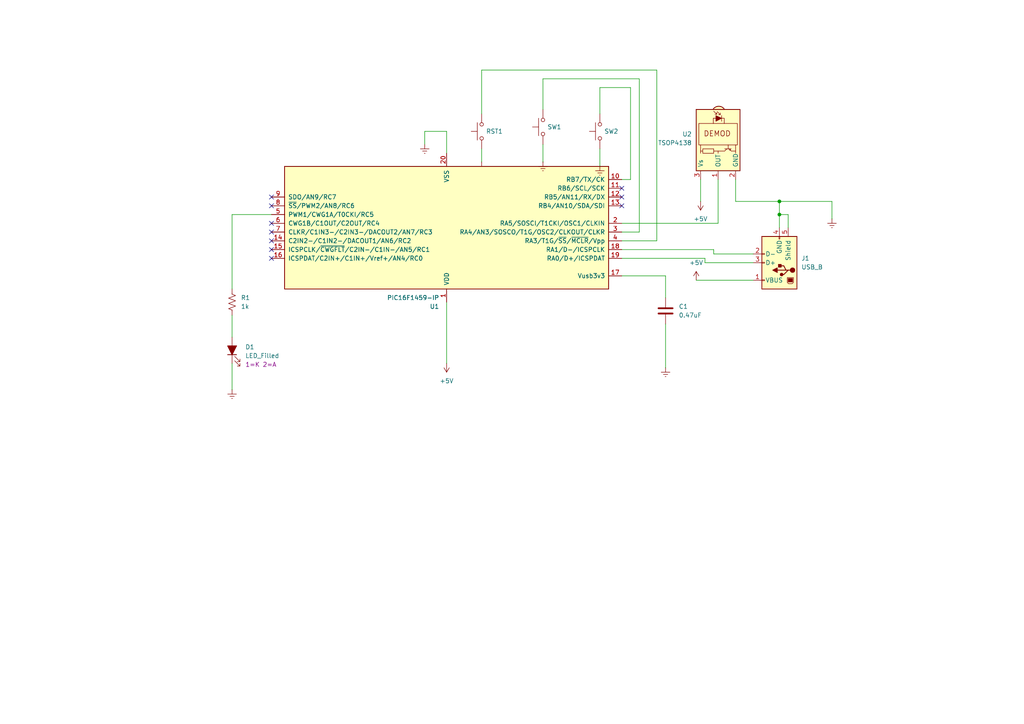
<source format=kicad_sch>
(kicad_sch (version 20250114) (generator "eeschema") (generator_version "9.0")
  (paper "A4")
  (title_block (title "NEC Decoder") (date "2025-07-07") (rev "Ver1") (comment 1 "ioksing") (comment 2 "KiCad電腦輔助電路設計"))
  (lib_symbols
    (symbol "Connector:USB_B" (pin_names (offset 1.016))
      (property "Reference" "J" (at -5.08 11.43 0))
      (property "Value" "USB_B" (at -5.08 8.89 0))
      (symbol "USB_B_0_1"
        (rectangle (start -5.08 -7.62) (end 5.08 7.62) (stroke (width 0.254)) (fill (type background)))
        (polyline (pts (xy -4.064 4.318) (xy -2.286 4.318) (xy -2.286 5.715) (xy -2.667 6.096) (xy -3.683 6.096) (xy -4.064 5.715) (xy -4.064 4.318)))
        (rectangle (start -3.81 5.588) (end -2.54 4.572) (fill (type outline)))
        (circle (center -3.81 2.159) (radius 0.635) (stroke (width 0.254)) (fill (type outline)))
        (polyline (pts (xy -3.175 2.159) (xy -2.54 2.159) (xy -1.27 3.429) (xy -0.635 3.429)) (stroke (width 0.254)))
        (polyline (pts (xy -2.54 2.159) (xy -1.905 2.159) (xy -1.27 0.889) (xy 0 0.889)) (stroke (width 0.254)))
        (polyline (pts (xy -1.905 2.159) (xy 0.635 2.159)) (stroke (width 0.254)))
        (circle (center -0.635 3.429) (radius 0.381) (stroke (width 0.254)) (fill (type outline)))
        (rectangle (start -0.127 -7.62) (end 0.127 -6.858))
        (rectangle (start 0.254 1.27) (end -0.508 0.508) (stroke (width 0.254)) (fill (type outline)))
        (polyline (pts (xy 0.635 2.794) (xy 0.635 1.524) (xy 1.905 2.159) (xy 0.635 2.794)) (stroke (width 0.254)) (fill (type outline)))
        (rectangle (start 5.08 4.953) (end 4.318 5.207))
        (rectangle (start 5.08 -0.127) (end 4.318 0.127))
        (rectangle (start 5.08 -2.667) (end 4.318 -2.413))
      )
      (symbol "USB_B_1_1"
        (pin passive line (at -2.54 -10.16 90) (length 2.54) (name "Shield") (number "5"))
        (pin power_out line (at 0 -10.16 90) (length 2.54) (name "GND") (number "4"))
        (pin power_out line (at 7.62 5.08 180) (length 2.54) (name "VBUS") (number "1"))
        (pin bidirectional line (at 7.62 0 180) (length 2.54) (name "D+") (number "3"))
        (pin bidirectional line (at 7.62 -2.54 180) (length 2.54) (name "D-") (number "2"))
      )
    )
    (symbol "Device:C" (pin_numbers (hide yes)) (pin_names (offset 0.254))
      (property "Reference" "C" (at 0.635 2.54 0))
      (property "Value" "C" (at 0.635 -2.54 0))
      (symbol "C_0_1"
        (polyline (pts (xy -2.032 0.762) (xy 2.032 0.762)) (stroke (width 0.508)))
        (polyline (pts (xy -2.032 -0.762) (xy 2.032 -0.762)) (stroke (width 0.508)))
      )
      (symbol "C_1_1"
        (pin passive line (at 0 3.81 270) (length 2.794) (name "~") (number "1"))
        (pin passive line (at 0 -3.81 90) (length 2.794) (name "~") (number "2"))
      )
    )
    (symbol "Device:LED_Filled" (pin_numbers (hide yes)) (pin_names (offset 1.016) (hide yes))
      (property "Reference" "D" (at 0 2.54 0))
      (property "Value" "LED_Filled" (at 0 -2.54 0))
      (property "Sim.Pins" "1=K 2=A" (at 0 0 0))
      (symbol "LED_Filled_0_1"
        (polyline (pts (xy -3.048 -0.762) (xy -4.572 -2.286) (xy -3.81 -2.286) (xy -4.572 -2.286) (xy -4.572 -1.524)))
        (polyline (pts (xy -1.778 -0.762) (xy -3.302 -2.286) (xy -2.54 -2.286) (xy -3.302 -2.286) (xy -3.302 -1.524)))
        (polyline (pts (xy -1.27 0) (xy 1.27 0)))
        (polyline (pts (xy -1.27 -1.27) (xy -1.27 1.27)) (stroke (width 0.254)))
        (polyline (pts (xy 1.27 -1.27) (xy 1.27 1.27) (xy -1.27 0) (xy 1.27 -1.27)) (stroke (width 0.254)) (fill (type outline)))
      )
      (symbol "LED_Filled_1_1"
        (pin passive line (at -3.81 0 0) (length 2.54) (name "K") (number "1"))
        (pin passive line (at 3.81 0 180) (length 2.54) (name "A") (number "2"))
      )
    )
    (symbol "Device:R_US" (pin_numbers (hide yes)) (pin_names (offset 0))
      (property "Reference" "R" (at 2.54 0 90))
      (property "Value" "R_US" (at -2.54 0 90))
      (symbol "R_US_0_1"
        (polyline (pts (xy 0 2.286) (xy 0 2.54)))
        (polyline (pts (xy 0 2.286) (xy 1.016 1.905) (xy 0 1.524) (xy -1.016 1.143) (xy 0 0.762)))
        (polyline (pts (xy 0 0.762) (xy 1.016 0.381) (xy 0 0) (xy -1.016 -0.381) (xy 0 -0.762)))
        (polyline (pts (xy 0 -0.762) (xy 1.016 -1.143) (xy 0 -1.524) (xy -1.016 -1.905) (xy 0 -2.286)))
        (polyline (pts (xy 0 -2.286) (xy 0 -2.54)))
      )
      (symbol "R_US_1_1"
        (pin passive line (at 0 3.81 270) (length 1.27) (name "~") (number "1"))
        (pin passive line (at 0 -3.81 90) (length 1.27) (name "~") (number "2"))
      )
    )
    (symbol "Interface_Optical:TSOP41xx" (pin_names (offset 1.016))
      (property "Reference" "U" (at -10.16 7.62 0))
      (property "Value" "TSOP41xx" (at -10.16 -7.62 0))
      (symbol "TSOP41xx_0_0"
        (arc (start -10.287 -1.778) (mid -11.0899 -0.1905) (end -10.287 1.397) (stroke (width 0.254)) (fill (type background)))
        (polyline (pts (xy 1.905 5.08) (xy 0.127 5.08)))
        (polyline (pts (xy 1.905 -5.08) (xy 0.127 -5.08)))
        (text "DEMOD" (at -3.175 0.254 900) (effects (font (size 1.524 1.524))))
      )
      (symbol "TSOP41xx_0_1"
        (polyline (pts (xy -8.763 0.381) (xy -9.652 1.27)))
        (polyline (pts (xy -8.763 0.381) (xy -9.271 0.381)))
        (polyline (pts (xy -8.763 0.381) (xy -8.763 0.889)))
        (polyline (pts (xy -8.636 -0.635) (xy -9.525 0.254)))
        (polyline (pts (xy -8.636 -0.635) (xy -9.144 -0.635)))
        (polyline (pts (xy -8.636 -0.635) (xy -8.636 -0.127)))
        (polyline (pts (xy -8.382 0.635) (xy -6.731 0.635) (xy -7.62 -1.016) (xy -8.382 0.635)) (fill (type outline)))
        (polyline (pts (xy -8.382 -1.016) (xy -6.731 -1.016)))
        (rectangle (start -6.096 5.588) (end 0.127 -5.588))
        (polyline (pts (xy -6.096 1.397) (xy -7.62 1.397) (xy -7.62 -1.778) (xy -6.096 -1.778)))
        (polyline (pts (xy 1.27 -1.905) (xy 1.27 -3.81)))
        (polyline (pts (xy 1.27 -2.54) (xy 1.905 -1.905) (xy 1.905 0) (xy 2.54 0)))
        (polyline (pts (xy 1.27 -2.921) (xy 0.127 -2.921)))
        (polyline (pts (xy 1.27 -3.175) (xy 1.905 -3.81) (xy 1.905 -5.08) (xy 2.54 -5.08)))
        (polyline (pts (xy 1.397 -3.556) (xy 1.524 -3.556)))
        (polyline (pts (xy 1.651 -3.556) (xy 1.524 -3.556)))
        (polyline (pts (xy 1.651 -3.556) (xy 1.651 -3.302)))
        (polyline (pts (xy 1.905 4.445) (xy 1.905 5.08) (xy 2.54 5.08)))
        (polyline (pts (xy 1.905 0) (xy 1.905 1.27)))
        (rectangle (start 2.54 1.27) (end 1.27 4.445))
        (rectangle (start 7.62 6.35) (end -10.16 -6.35) (stroke (width 0.254)) (fill (type background)))
      )
      (symbol "TSOP41xx_1_1"
        (pin power_in line (at 10.16 5.08 180) (length 2.54) (name "Vs") (number "3"))
        (pin output line (at 10.16 0 180) (length 2.54) (name "OUT") (number "1"))
        (pin power_in line (at 10.16 -5.08 180) (length 2.54) (name "GND") (number "2"))
      )
    )
    (symbol "MCU_Microchip_PIC16:PIC16F1459-IP" (pin_names (offset 1.016))
      (property "Reference" "U" (at -46.99 17.78 0))
      (property "Value" "PIC16F1459-IP" (at -46.99 15.24 0))
      (symbol "PIC16F1459-IP_0_1"
        (rectangle (start -46.99 13.97) (end 46.99 -21.59) (stroke (width 0.254)) (fill (type background)))
      )
      (symbol "PIC16F1459-IP_1_1"
        (pin bidirectional line (at -50.8 10.16 0) (length 3.81) (name "Vusb3v3") (number "17"))
        (pin bidirectional line (at -50.8 5.08 0) (length 3.81) (name "RA0/D+/ICSPDAT") (number "19"))
        (pin bidirectional line (at -50.8 2.54 0) (length 3.81) (name "RA1/D-/ICSPCLK") (number "18"))
        (pin input line (at -50.8 0 0) (length 3.81) (name "RA3/T1G/~{SS}/~{MCLR}/Vpp") (number "4"))
        (pin bidirectional line (at -50.8 -2.54 0) (length 3.81) (name "RA4/AN3/SOSCO/T1G/OSC2/CLKOUT/CLKR") (number "3"))
        (pin bidirectional line (at -50.8 -5.08 0) (length 3.81) (name "RA5/SOSCI/T1CKI/OSC1/CLKIN") (number "2"))
        (pin bidirectional line (at -50.8 -10.16 0) (length 3.81) (name "RB4/AN10/SDA/SDI") (number "13"))
        (pin bidirectional line (at -50.8 -12.7 0) (length 3.81) (name "RB5/AN11/RX/DX") (number "12"))
        (pin bidirectional line (at -50.8 -15.24 0) (length 3.81) (name "RB6/SCL/SCK") (number "11"))
        (pin bidirectional line (at -50.8 -17.78 0) (length 3.81) (name "RB7/TX/CK") (number "10"))
        (pin power_in line (at 0 17.78 270) (length 3.81) (name "VDD") (number "1"))
        (pin power_in line (at 0 -25.4 90) (length 3.81) (name "VSS") (number "20"))
        (pin bidirectional line (at 50.8 5.08 180) (length 3.81) (name "ICSPDAT/C2IN+/C1IN+/Vref+/AN4/RC0") (number "16"))
        (pin bidirectional line (at 50.8 2.54 180) (length 3.81) (name "ICSPCLK/~{CWGFLT}/C2IN-/C1IN-/AN5/RC1") (number "15"))
        (pin bidirectional line (at 50.8 0 180) (length 3.81) (name "C2IN2-/C1IN2-/DACOUT1/AN6/RC2") (number "14"))
        (pin bidirectional line (at 50.8 -2.54 180) (length 3.81) (name "CLKR/C1IN3-/C2IN3-/DACOUT2/AN7/RC3") (number "7"))
        (pin bidirectional line (at 50.8 -5.08 180) (length 3.81) (name "CWG1B/C1OUT/C2OUT/RC4") (number "6"))
        (pin bidirectional line (at 50.8 -7.62 180) (length 3.81) (name "PWM1/CWG1A/T0CKI/RC5") (number "5"))
        (pin bidirectional line (at 50.8 -10.16 180) (length 3.81) (name "~{SS}/PWM2/AN8/RC6") (number "8"))
        (pin bidirectional line (at 50.8 -12.7 180) (length 3.81) (name "SDO/AN9/RC7") (number "9"))
      )
    )
    (symbol "Switch:SW_Push" (pin_numbers (hide yes)) (pin_names (offset 1.016) (hide yes))
      (property "Reference" "SW" (at 1.27 2.54 0))
      (property "Value" "SW_Push" (at 0 -1.524 0))
      (symbol "SW_Push_0_1"
        (circle (center -2.032 0) (radius 0.508))
        (polyline (pts (xy 0 1.27) (xy 0 3.048)))
        (circle (center 2.032 0) (radius 0.508))
        (polyline (pts (xy 2.54 1.27) (xy -2.54 1.27)))
        (pin passive line (at -5.08 0 0) (length 2.54) (name "1") (number "1"))
        (pin passive line (at 5.08 0 180) (length 2.54) (name "2") (number "2"))
      )
    )
    (symbol "power:+5V" (power) (pin_numbers (hide yes)) (pin_names (offset 0) (hide yes))
      (property "Value" "+5V" (at 0 3.556 0))
      (symbol "+5V_0_1"
        (polyline (pts (xy -0.762 1.27) (xy 0 2.54)))
        (polyline (pts (xy 0 2.54) (xy 0.762 1.27)))
        (polyline (pts (xy 0 0) (xy 0 2.54)))
      )
      (symbol "+5V_1_1"
        (pin power_in line (at 0 0 90) (length 0) (name "~") (number "1"))
      )
    )
    (symbol "power:GNDREF" (power) (pin_numbers (hide yes)) (pin_names (offset 0) (hide yes))
      (property "Value" "GNDREF" (at 0 -3.81 0))
      (symbol "GNDREF_0_1"
        (polyline (pts (xy -0.635 -1.905) (xy 0.635 -1.905)))
        (polyline (pts (xy -0.127 -2.54) (xy 0.127 -2.54)))
        (polyline (pts (xy 0 -1.27) (xy 0 0)))
        (polyline (pts (xy 1.27 -1.27) (xy -1.27 -1.27)))
      )
      (symbol "GNDREF_1_1"
        (pin power_in line (at 0 0 270) (length 0) (name "~") (number "1"))
      )
    )
  )
  (junction (at 226.06 58.42))
  (junction (at 226.06 62.23))
  (no_connect (at 78.74 67.31))
  (no_connect (at 78.74 69.85))
  (no_connect (at 78.74 72.39))
  (no_connect (at 78.74 64.77))
  (no_connect (at 180.34 59.69))
  (no_connect (at 78.74 59.69))
  (no_connect (at 180.34 57.15))
  (no_connect (at 180.34 54.61))
  (no_connect (at 78.74 74.93))
  (no_connect (at 78.74 57.15))
  (wire (pts (xy 139.7 33.02) (xy 139.7 20.32)))
  (wire (pts (xy 67.31 105.41) (xy 67.31 113.03)))
  (wire (pts (xy 180.34 74.93) (xy 204.47 74.93)))
  (wire (pts (xy 173.99 25.4) (xy 173.99 33.02)))
  (wire (pts (xy 180.34 72.39) (xy 207.01 72.39)))
  (wire (pts (xy 185.42 67.31) (xy 185.42 22.86)))
  (wire (pts (xy 78.74 62.23) (xy 67.31 62.23)))
  (wire (pts (xy 182.88 25.4) (xy 173.99 25.4)))
  (wire (pts (xy 139.7 20.32) (xy 190.5 20.32)))
  (wire (pts (xy 185.42 22.86) (xy 157.48 22.86)))
  (wire (pts (xy 207.01 72.39) (xy 207.01 73.66)))
  (wire (pts (xy 213.36 58.42) (xy 226.06 58.42)))
  (wire (pts (xy 190.5 20.32) (xy 190.5 69.85)))
  (wire (pts (xy 129.54 87.63) (xy 129.54 105.41)))
  (wire (pts (xy 207.01 73.66) (xy 218.44 73.66)))
  (wire (pts (xy 204.47 74.93) (xy 204.47 76.2)))
  (wire (pts (xy 241.3 58.42) (xy 226.06 58.42)))
  (wire (pts (xy 139.7 43.18) (xy 139.7 46.99)))
  (wire (pts (xy 180.34 52.07) (xy 182.88 52.07)))
  (wire (pts (xy 204.47 76.2) (xy 218.44 76.2)))
  (wire (pts (xy 129.54 38.1) (xy 123.19 38.1)))
  (wire (pts (xy 157.48 41.91) (xy 157.48 46.99)))
  (wire (pts (xy 241.3 63.5) (xy 241.3 58.42)))
  (wire (pts (xy 180.34 67.31) (xy 185.42 67.31)))
  (wire (pts (xy 228.6 62.23) (xy 226.06 62.23)))
  (wire (pts (xy 129.54 44.45) (xy 129.54 38.1)))
  (wire (pts (xy 190.5 69.85) (xy 180.34 69.85)))
  (wire (pts (xy 180.34 80.01) (xy 193.04 80.01)))
  (wire (pts (xy 203.2 52.07) (xy 203.2 58.42)))
  (wire (pts (xy 157.48 22.86) (xy 157.48 31.75)))
  (wire (pts (xy 213.36 52.07) (xy 213.36 58.42)))
  (wire (pts (xy 182.88 52.07) (xy 182.88 25.4)))
  (wire (pts (xy 226.06 58.42) (xy 226.06 62.23)))
  (wire (pts (xy 226.06 62.23) (xy 226.06 66.04)))
  (wire (pts (xy 193.04 80.01) (xy 193.04 86.36)))
  (wire (pts (xy 180.34 64.77) (xy 208.28 64.77)))
  (wire (pts (xy 123.19 38.1) (xy 123.19 41.91)))
  (wire (pts (xy 193.04 93.98) (xy 193.04 106.68)))
  (wire (pts (xy 228.6 66.04) (xy 228.6 62.23)))
  (wire (pts (xy 201.93 81.28) (xy 218.44 81.28)))
  (wire (pts (xy 67.31 62.23) (xy 67.31 83.82)))
  (wire (pts (xy 67.31 91.44) (xy 67.31 97.79)))
  (wire (pts (xy 173.99 43.18) (xy 173.99 48.26)))
  (wire (pts (xy 208.28 64.77) (xy 208.28 52.07)))
  (symbol (lib_id "power:GNDREF") (at 67.31 113.03 0) (unit 1)
    (property "Reference" "#PWR04" (effects (hide yes)))
    (property "Value" "GNDREF" (effects (hide yes)))
    (property "Description" "Power symbol creates a global label with name \"GNDREF\" , reference supply ground" (effects (hide yes)))
  )
  (symbol (lib_id "Device:R_US") (at 67.31 87.63 0) (unit 1)
    (property "Reference" "R1" (at 69.85 86.3599 0) (effects (justify left)))
    (property "Value" "1k" (at 69.85 88.8999 0) (effects (justify left)))
    (property "Footprint" "Resistor_THT:R_Axial_DIN0207_L6.3mm_D2.5mm_P10.16mm_Horizontal" (effects (hide yes)))
    (property "Description" "Resistor, US symbol" (effects (hide yes)))
  )
  (symbol (lib_id "MCU_Microchip_PIC16:PIC16F1459-IP") (at 129.54 69.85 180) (unit 1)
    (property "Reference" "U1" (at 127.3967 88.9 0) (effects (justify left)))
    (property "Value" "PIC16F1459-IP" (at 127.3967 86.36 0) (effects (justify left)))
    (property "Footprint" "Package_DIP:DIP-20_W7.62mm_LongPads" (effects (hide yes)))
    (property "Datasheet" "http://ww1.microchip.com/downloads/en/DeviceDoc/41639A.pdf" (effects (hide yes)))
    (property "Description" "PIC16F1454, 8192W FLASH, 1024B SRAM, PDIP-20" (effects (hide yes)))
  )
  (symbol (lib_id "power:GNDREF") (at 241.3 63.5 0) (unit 1)
    (property "Reference" "#PWR010" (effects (hide yes)))
    (property "Value" "GNDREF" (effects (hide yes)))
    (property "Description" "Power symbol creates a global label with name \"GNDREF\" , reference supply ground" (effects (hide yes)))
  )
  (symbol (lib_id "power:GNDREF") (at 193.04 106.68 0) (unit 1)
    (property "Reference" "#PWR06" (effects (hide yes)))
    (property "Value" "GNDREF" (effects (hide yes)))
    (property "Description" "Power symbol creates a global label with name \"GNDREF\" , reference supply ground" (effects (hide yes)))
  )
  (symbol (lib_id "power:GNDREF") (at 139.7 46.99 0) (unit 1)
    (property "Reference" "#PWR07" (effects (hide yes)))
    (property "Value" "GNDREF" (effects (hide yes)))
    (property "Description" "Power symbol creates a global label with name \"GNDREF\" , reference supply ground" (effects (hide yes)))
  )
  (symbol (lib_id "power:GNDREF") (at 173.99 48.26 0) (unit 1)
    (property "Reference" "#PWR09" (effects (hide yes)))
    (property "Value" "GNDREF" (effects (hide yes)))
    (property "Description" "Power symbol creates a global label with name \"GNDREF\" , reference supply ground" (effects (hide yes)))
  )
  (symbol (lib_id "Interface_Optical:TSOP41xx") (at 208.28 41.91 90) (mirror x) (unit 1)
    (property "Reference" "U2" (at 200.66 38.9049 90) (effects (justify left)))
    (property "Value" "TSOP4138" (at 200.66 41.4449 90) (effects (justify left)))
    (property "Footprint" "OptoDevice:Vishay_MOLD-3Pin" (effects (hide yes)))
    (property "Datasheet" "http://www.vishay.com/docs/82460/tsop45.pdf" (effects (hide yes)))
    (property "Description" "IR Receiver Modules for Remote Control Systems" (effects (hide yes)))
  )
  (symbol (lib_id "power:GNDREF") (at 123.19 41.91 0) (unit 1)
    (property "Reference" "#PWR05" (effects (hide yes)))
    (property "Value" "GNDREF" (effects (hide yes)))
    (property "Description" "Power symbol creates a global label with name \"GNDREF\" , reference supply ground" (effects (hide yes)))
  )
  (symbol (lib_id "power:+5V") (at 201.93 81.28 0) (unit 1)
    (property "Reference" "#PWR03" (effects (hide yes)))
    (property "Value" "+5V" (at 201.93 76.2 0))
    (property "Description" "Power symbol creates a global label with name \"+5V\"" (effects (hide yes)))
  )
  (symbol (lib_id "power:+5V") (at 203.2 58.42 180) (unit 1)
    (property "Reference" "#PWR02" (effects (hide yes)))
    (property "Value" "+5V" (at 203.2 63.5 0))
    (property "Description" "Power symbol creates a global label with name \"+5V\"" (effects (hide yes)))
  )
  (symbol (lib_id "Switch:SW_Push") (at 139.7 38.1 90) (unit 1)
    (property "Reference" "RST1" (at 140.97 38.0999 90) (effects (justify right)))
    (property "Value" "SW_Push" (effects (hide yes)))
    (property "Footprint" "Button_Switch_THT:SW_PUSH_6mm" (effects (hide yes)))
    (property "Description" "Push button switch, generic, two pins" (effects (hide yes)))
  )
  (symbol (lib_id "Switch:SW_Push") (at 173.99 38.1 90) (unit 1)
    (property "Reference" "SW2" (at 175.26 38.0999 90) (effects (justify right)))
    (property "Value" "SW_Push" (effects (hide yes)))
    (property "Footprint" "Button_Switch_THT:SW_PUSH_6mm" (effects (hide yes)))
    (property "Description" "Push button switch, generic, two pins" (effects (hide yes)))
  )
  (symbol (lib_id "Connector:USB_B") (at 226.06 76.2 180) (unit 1)
    (property "Reference" "J1" (at 232.41 74.9299 0) (effects (justify right)))
    (property "Value" "USB_B" (at 232.41 77.4699 0) (effects (justify right)))
    (property "Footprint" "Connector_USB:USB_B_Lumberg_2411_02_Horizontal" (effects (hide yes)))
    (property "Description" "USB Type B connector" (effects (hide yes)))
  )
  (symbol (lib_id "power:GNDREF") (at 157.48 46.99 0) (unit 1)
    (property "Reference" "#PWR08" (effects (hide yes)))
    (property "Value" "GNDREF" (effects (hide yes)))
    (property "Description" "Power symbol creates a global label with name \"GNDREF\" , reference supply ground" (effects (hide yes)))
  )
  (symbol (lib_id "Device:LED_Filled") (at 67.31 101.6 90) (unit 1)
    (property "Reference" "D1" (at 71.12 100.6474 90) (effects (justify right)))
    (property "Value" "LED_Filled" (at 71.12 103.1874 90) (effects (justify right)))
    (property "Footprint" "LED_THT:LED_D3.0mm" (effects (hide yes)))
    (property "Description" "Light emitting diode, filled shape" (effects (hide yes)))
    (property "Sim.Pins" "1=K 2=A" (at 71.12 105.7274 90) (effects (justify right)))
  )
  (symbol (lib_id "Switch:SW_Push") (at 157.48 36.83 90) (unit 1)
    (property "Reference" "SW1" (at 158.75 36.8299 90) (effects (justify right)))
    (property "Value" "SW_Push" (effects (hide yes)))
    (property "Footprint" "Button_Switch_THT:SW_PUSH_6mm" (effects (hide yes)))
    (property "Description" "Push button switch, generic, two pins" (effects (hide yes)))
  )
  (symbol (lib_id "Device:C") (at 193.04 90.17 0) (unit 1)
    (property "Reference" "C1" (at 196.85 88.8999 0) (effects (justify left)))
    (property "Value" "0.47uF" (at 196.85 91.4399 0) (effects (justify left)))
    (property "Footprint" "Capacitor_THT:C_Disc_D4.3mm_W1.9mm_P5.00mm" (effects (hide yes)))
    (property "Description" "Unpolarized capacitor" (effects (hide yes)))
  )
  (symbol (lib_id "power:+5V") (at 129.54 105.41 180) (unit 1)
    (property "Reference" "#PWR01" (effects (hide yes)))
    (property "Value" "+5V" (at 129.54 110.49 0))
    (property "Description" "Power symbol creates a global label with name \"+5V\"" (effects (hide yes)))
  )
)
</source>
